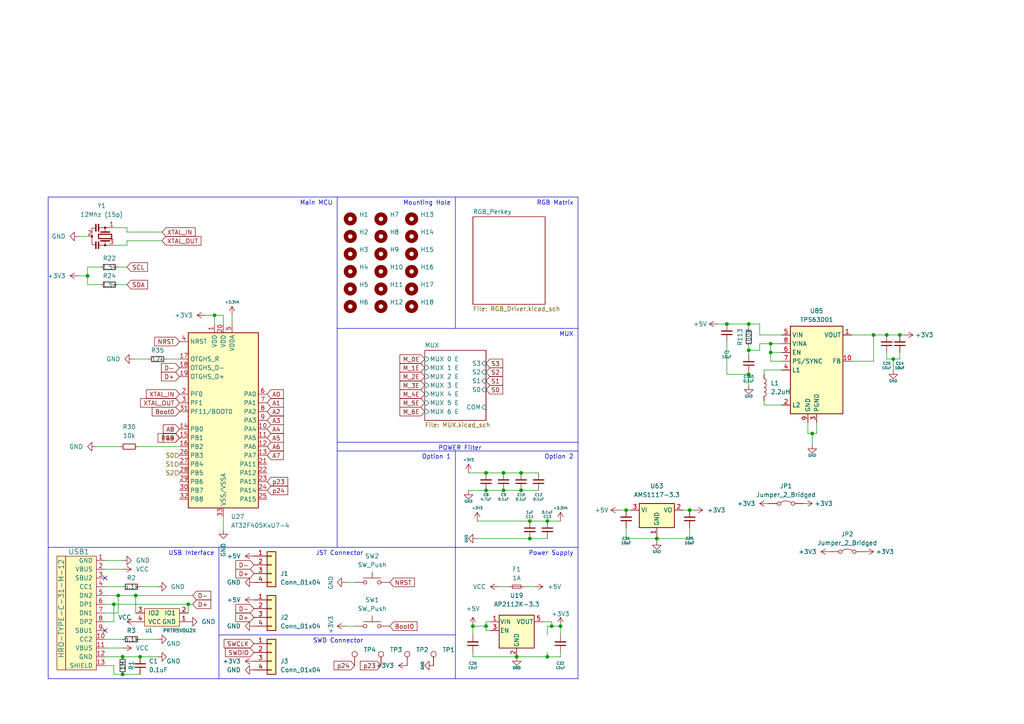
<source format=kicad_sch>
(kicad_sch (version 20231120) (generator "eeschema") (generator_version "8.0")
  (paper "A4")
  (lib_symbols
    (symbol "Connector:TestPoint" (pin_numbers hide) (pin_names (offset 0.762) hide)
      (property "Reference" "TP" (at 0 6.858 0))
      (property "Value" "TestPoint" (at 0 5.08 0))
      (symbol "TestPoint_1_1"
        (pin passive line (at 0 0 90) (length 2.54) (name "1") (number "1"))
      )
    )
    (symbol "Connector_Generic:Conn_01x04" (pin_names (offset 1.016) hide)
      (property "Reference" "J" (at 0 5.08 0))
      (property "Value" "Conn_01x04" (at 0 -7.62 0))
      (symbol "Conn_01x04_1_1"
        (pin passive line (at -5.08 2.54 0) (length 3.81) (name "Pin_1") (number "1"))
        (pin passive line (at -5.08 0 0) (length 3.81) (name "Pin_2") (number "2"))
        (pin passive line (at -5.08 -2.54 0) (length 3.81) (name "Pin_3") (number "3"))
        (pin passive line (at -5.08 -5.08 0) (length 3.81) (name "Pin_4") (number "4"))
      )
    )
    (symbol "Device:C_Small" (pin_numbers hide) (pin_names (offset 0.254) hide)
      (property "Reference" "C" (at 0.254 1.778 0))
      (property "Value" "C_Small" (at 0.254 -2.032 0))
      (symbol "C_Small_1_1"
        (pin passive line (at 0 2.54 270) (length 2.032) (name "~") (number "1"))
        (pin passive line (at 0 -2.54 90) (length 2.032) (name "~") (number "2"))
      )
    )
    (symbol "Device:Fuse_Small" (pin_numbers hide) (pin_names (offset 0.254) hide)
      (property "Reference" "F" (at 0 -1.524 0))
      (property "Value" "Fuse_Small" (at 0 1.524 0))
      (symbol "Fuse_Small_1_1"
        (pin passive line (at -2.54 0 0) (length 1.27) (name "~") (number "1"))
        (pin passive line (at 2.54 0 180) (length 1.27) (name "~") (number "2"))
      )
    )
    (symbol "Device:L" (pin_numbers hide) (pin_names (offset 1.016) hide)
      (property "Reference" "L" (at -1.27 0 90))
      (property "Value" "L" (at 1.905 0 90))
      (symbol "L_1_1"
        (pin passive line (at 0 3.81 270) (length 1.27) (name "1") (number "1"))
        (pin passive line (at 0 -3.81 90) (length 1.27) (name "2") (number "2"))
      )
    )
    (symbol "Device:R_Small" (pin_numbers hide) (pin_names (offset 0.254) hide)
      (property "Reference" "R" (at 0.762 0.508 0))
      (property "Value" "R_Small" (at 0.762 -1.016 0))
      (symbol "R_Small_1_1"
        (pin passive line (at 0 2.54 270) (length 0.762) (name "~") (number "1"))
        (pin passive line (at 0 -2.54 90) (length 0.762) (name "~") (number "2"))
      )
    )
    (symbol "Device:Resonator_Small" (pin_names (offset 1.016) hide)
      (property "Reference" "Y" (at 3.175 1.905 0))
      (property "Value" "Resonator_Small" (at 3.175 0 0))
      (symbol "Resonator_Small_1_1"
        (pin passive line (at -2.54 2.54 270) (length 1.27) (name "1") (number "1"))
        (pin passive line (at 0 -5.08 90) (length 1.27) (name "2") (number "2"))
        (pin passive line (at 2.54 2.54 270) (length 1.27) (name "3") (number "3"))
      )
    )
    (symbol "Jumper:Jumper_2_Bridged" (pin_numbers hide) (pin_names (offset 0) hide) (exclude_from_sim yes)
      (property "Reference" "JP" (at 0 1.905 0))
      (property "Value" "Jumper_2_Bridged" (at 0 -2.54 0))
      (symbol "Jumper_2_Bridged_1_1"
        (pin passive line (at -5.08 0 0) (length 2.54) (name "A") (number "1"))
        (pin passive line (at 5.08 0 180) (length 2.54) (name "B") (number "2"))
      )
    )
    (symbol "MCU_Artery_AT32F40:AT32F405KxU7-4"
      (property "Reference" "U" (at -10.16 26.67 0))
      (property "Value" "AT32F405KxU7-4" (at 5.08 26.67 0))
      (symbol "AT32F405KxU7-4_1_1"
        (pin power_in line (at -2.54 27.94 270) (length 2.54) (name "VDD") (number "1"))
        (pin bidirectional line (at 12.7 -2.54 180) (length 2.54) (name "PA4") (number "10"))
        (pin bidirectional line (at 12.7 -5.08 180) (length 2.54) (name "PA5") (number "11"))
        (pin bidirectional line (at 12.7 -7.62 180) (length 2.54) (name "PA6") (number "12"))
        (pin bidirectional line (at 12.7 -10.16 180) (length 2.54) (name "PA7") (number "13"))
        (pin bidirectional line (at -12.7 -2.54 0) (length 2.54) (name "PB0") (number "14"))
        (pin bidirectional line (at -12.7 -5.08 0) (length 2.54) (name "PB1") (number "15"))
        (pin bidirectional line (at -12.7 -7.62 0) (length 2.54) (name "PB2") (number "16"))
        (pin input line (at -12.7 17.78 0) (length 2.54) (name "OTGHS_R") (number "17"))
        (pin bidirectional line (at -12.7 15.24 0) (length 2.54) (name "OTGHS_D-") (number "18"))
        (pin bidirectional line (at -12.7 12.7 0) (length 2.54) (name "OTGHS_D+") (number "19"))
        (pin input line (at -12.7 7.62 0) (length 2.54) (name "PF0") (number "2"))
        (pin power_in line (at 0 27.94 270) (length 2.54) (name "VDD") (number "20"))
        (pin bidirectional line (at 12.7 -12.7 180) (length 2.54) (name "PA11") (number "21"))
        (pin bidirectional line (at 12.7 -15.24 180) (length 2.54) (name "PA12") (number "22"))
        (pin bidirectional line (at 12.7 -17.78 180) (length 2.54) (name "PA13") (number "23"))
        (pin bidirectional line (at 12.7 -20.32 180) (length 2.54) (name "PA14") (number "24"))
        (pin bidirectional line (at 12.7 -22.86 180) (length 2.54) (name "PA15") (number "25"))
        (pin bidirectional line (at -12.7 -10.16 0) (length 2.54) (name "PB3") (number "26"))
        (pin bidirectional line (at -12.7 -12.7 0) (length 2.54) (name "PB4") (number "27"))
        (pin bidirectional line (at -12.7 -15.24 0) (length 2.54) (name "PB5") (number "28"))
        (pin bidirectional line (at -12.7 -17.78 0) (length 2.54) (name "PB6") (number "29"))
        (pin input line (at -12.7 5.08 0) (length 2.54) (name "PF1") (number "3"))
        (pin bidirectional line (at -12.7 -20.32 0) (length 2.54) (name "PB7") (number "30"))
        (pin input line (at -12.7 2.54 0) (length 2.54) (name "PF11/BOOT0") (number "31"))
        (pin bidirectional line (at -12.7 -22.86 0) (length 2.54) (name "PB8") (number "32"))
        (pin power_in line (at 0 -27.94 90) (length 2.54) (name "VSS/VSSA") (number "33"))
        (pin input line (at -12.7 22.86 0) (length 2.54) (name "NRST") (number "4"))
        (pin power_in line (at 2.54 27.94 270) (length 2.54) (name "VDDA") (number "5"))
        (pin bidirectional line (at 12.7 7.62 180) (length 2.54) (name "PA0") (number "6"))
        (pin bidirectional line (at 12.7 5.08 180) (length 2.54) (name "PA1") (number "7"))
        (pin bidirectional line (at 12.7 2.54 180) (length 2.54) (name "PA2") (number "8"))
        (pin bidirectional line (at 12.7 0 180) (length 2.54) (name "PA3") (number "9"))
      )
    )
    (symbol "Mechanical:MountingHole" (pin_names (offset 1.016))
      (property "Reference" "H" (at 0 5.08 0))
      (property "Value" "MountingHole" (at 0 3.175 0))
    )
    (symbol "Regulator_Linear:AMS1117-3.3"
      (property "Reference" "U" (at -3.81 3.175 0))
      (property "Value" "AMS1117-3.3" (at 0 3.175 0))
      (symbol "AMS1117-3.3_1_1"
        (pin power_in line (at 0 -7.62 90) (length 2.54) (name "GND") (number "1"))
        (pin power_out line (at 7.62 0 180) (length 2.54) (name "VO") (number "2"))
        (pin power_in line (at -7.62 0 0) (length 2.54) (name "VI") (number "3"))
      )
    )
    (symbol "Regulator_Linear:AP2112K-3.3" (pin_names (offset 0.254))
      (property "Reference" "U" (at -5.08 5.715 0))
      (property "Value" "AP2112K-3.3" (at 0 5.715 0))
      (symbol "AP2112K-3.3_1_1"
        (pin power_in line (at -7.62 2.54 0) (length 2.54) (name "VIN") (number "1"))
        (pin power_in line (at 0 -7.62 90) (length 2.54) (name "GND") (number "2"))
        (pin input line (at -7.62 0 0) (length 2.54) (name "EN") (number "3"))
        (pin no_connect line (at 5.08 0 180) (length 2.54) hide (name "NC") (number "4"))
        (pin power_out line (at 7.62 2.54 180) (length 2.54) (name "VOUT") (number "5"))
      )
    )
    (symbol "Regulator_Switching:TPS63001"
      (property "Reference" "U" (at -7.62 13.97 0))
      (property "Value" "TPS63001" (at 5.08 13.97 0))
      (symbol "TPS63001_1_1"
        (pin power_out line (at 10.16 10.16 180) (length 2.54) (name "VOUT") (number "1"))
        (pin input line (at 10.16 2.54 180) (length 2.54) (name "FB") (number "10"))
        (pin passive line (at 0 -15.24 90) (length 2.54) hide (name "PGND") (number "11"))
        (pin input line (at -10.16 -10.16 0) (length 2.54) (name "L2") (number "2"))
        (pin power_in line (at 0 -15.24 90) (length 2.54) (name "PGND") (number "3"))
        (pin input line (at -10.16 0 0) (length 2.54) (name "L1") (number "4"))
        (pin power_in line (at -10.16 10.16 0) (length 2.54) (name "VIN") (number "5"))
        (pin input line (at -10.16 5.08 0) (length 2.54) (name "EN") (number "6"))
        (pin input line (at -10.16 2.54 0) (length 2.54) (name "PS/SYNC") (number "7"))
        (pin power_in line (at -10.16 7.62 0) (length 2.54) (name "VINA") (number "8"))
        (pin power_in line (at -2.54 -15.24 90) (length 2.54) (name "GND") (number "9"))
      )
    )
    (symbol "Switch:SW_Push" (pin_numbers hide) (pin_names (offset 1.016) hide)
      (property "Reference" "SW" (at 1.27 2.54 0))
      (property "Value" "SW_Push" (at 0 -1.524 0))
      (symbol "SW_Push_0_1"
        (pin passive line (at -5.08 0 0) (length 2.54) (name "1") (number "1"))
        (pin passive line (at 5.08 0 180) (length 2.54) (name "2") (number "2"))
      )
    )
    (symbol "horrortroll_lib:HRO-TYPE-C-31-M-12" (pin_names (offset 1.016))
      (property "Reference" "USB" (at 0 20.32 0))
      (property "Value" "HRO-TYPE-C-31-M-12" (at 0 17.78 0))
      (symbol "HRO-TYPE-C-31-M-12_1_1"
        (pin input line (at 7.62 13.97 180) (length 2.54) (name "GND") (number "1"))
        (pin input line (at 7.62 -8.89 180) (length 2.54) (name "CC2") (number "10"))
        (pin input line (at 7.62 -11.43 180) (length 2.54) (name "VBUS") (number "11"))
        (pin input line (at 7.62 -13.97 180) (length 2.54) (name "GND") (number "12"))
        (pin input line (at 7.62 -16.51 180) (length 2.54) (name "SHIELD") (number "13"))
        (pin input line (at 7.62 11.43 180) (length 2.54) (name "VBUS") (number "2"))
        (pin input line (at 7.62 8.89 180) (length 2.54) (name "SBU2") (number "3"))
        (pin input line (at 7.62 6.35 180) (length 2.54) (name "CC1") (number "4"))
        (pin input line (at 7.62 3.81 180) (length 2.54) (name "DN2") (number "5"))
        (pin input line (at 7.62 1.27 180) (length 2.54) (name "DP1") (number "6"))
        (pin input line (at 7.62 -1.27 180) (length 2.54) (name "DN1") (number "7"))
        (pin input line (at 7.62 -3.81 180) (length 2.54) (name "DP2") (number "8"))
        (pin input line (at 7.62 -6.35 180) (length 2.54) (name "SBU1") (number "9"))
      )
    )
    (symbol "power:+3.3V" (power) (pin_names (offset 0))
      (property "Value" "+3.3V" (at 0 3.556 0))
      (symbol "+3.3V_1_1"
        (pin power_in line (at 0 0 90) (length 0) hide (name "+3V3") (number "1"))
      )
    )
    (symbol "power:+3.3VA" (power) (pin_names (offset 0))
      (property "Value" "+3.3VA" (at 0 3.556 0))
      (symbol "+3.3VA_1_1"
        (pin power_in line (at 0 0 90) (length 0) hide (name "+3.3VA") (number "1"))
      )
    )
    (symbol "power:+3V3" (power) (pin_names (offset 0))
      (property "Value" "+3V3" (at 0 3.556 0))
      (symbol "+3V3_1_1"
        (pin power_in line (at 0 0 90) (length 0) hide (name "+3V3") (number "1"))
      )
    )
    (symbol "power:+5V" (power) (pin_names (offset 0))
      (property "Value" "+5V" (at 0 3.556 0))
      (symbol "+5V_1_1"
        (pin power_in line (at 0 0 90) (length 0) hide (name "+5V") (number "1"))
      )
    )
    (symbol "power:GND" (power) (pin_names (offset 0))
      (property "Value" "GND" (at 0 -3.81 0))
      (symbol "GND_1_1"
        (pin power_in line (at 0 0 270) (length 0) hide (name "GND") (number "1"))
      )
    )
    (symbol "power:VCC" (power) (pin_names (offset 0))
      (property "Value" "VCC" (at 0 3.81 0))
      (symbol "VCC_1_1"
        (pin power_in line (at 0 0 90) (length 0) hide (name "VCC") (number "1"))
      )
    )
    (symbol "random-keyboard-parts:PRTR5V0U2X" (pin_names (offset 1.016))
      (property "Reference" "U" (at 0 3.81 0))
      (property "Value" "PRTR5V0U2X" (at 0 -3.81 0))
      (symbol "PRTR5V0U2X_1_1"
        (pin input line (at -7.62 1.27 0) (length 2.54) (name "GND") (number "1"))
        (pin input line (at -7.62 -1.27 0) (length 2.54) (name "IO1") (number "2"))
        (pin input line (at 7.62 -1.27 180) (length 2.54) (name "IO2") (number "3"))
        (pin input line (at 7.62 1.27 180) (length 2.54) (name "VCC") (number "4"))
      )
    )
  )
  (junction (at 151.13 142.24))
  (junction (at 162.56 181.61))
  (junction (at 39.37 172.72))
  (junction (at 235.585 125.73))
  (junction (at 140.97 137.16))
  (junction (at 54.61 175.26))
  (junction (at 149.86 190.5) (diameter 0.9144))
  (junction (at 153.67 156.21))
  (junction (at 223.52 102.235))
  (junction (at 146.05 137.16))
  (junction (at 259.08 104.14))
  (junction (at 25.4 80.01))
  (junction (at 257.175 97.155))
  (junction (at 62.23 91.44))
  (junction (at 210.82 93.98))
  (junction (at 140.97 142.24))
  (junction (at 158.75 190.5))
  (junction (at 217.17 93.98))
  (junction (at 140.97 181.61))
  (junction (at 153.67 151.13))
  (junction (at 160.02 181.61))
  (junction (at 35.56 190.5))
  (junction (at 137.16 181.61))
  (junction (at 260.985 97.155))
  (junction (at 158.75 151.13))
  (junction (at 151.13 137.16))
  (junction (at 217.17 101.6))
  (junction (at 190.5 156.21))
  (junction (at 40.64 190.5))
  (junction (at 35.56 195.58))
  (junction (at 33.02 175.26))
  (junction (at 253.365 97.155))
  (junction (at 146.05 142.24))
  (junction (at 181.61 147.955))
  (junction (at 223.52 99.695))
  (junction (at 34.29 172.72))
  (junction (at 217.17 108.585))
  (junction (at 200.025 147.955))
  (no_connect (at 30.48 167.64))
  (no_connect (at 30.48 182.88))
  (wire (pts (xy 27.94 129.54) (xy 34.925 129.54)))
  (wire (pts (xy 22.86 68.58) (xy 25.4 68.58)))
  (wire (pts (xy 30.48 172.72) (xy 34.29 172.72)))
  (wire (pts (xy 157.48 180.34) (xy 160.02 180.34)))
  (wire (pts (xy 30.48 177.8) (xy 34.29 177.8)))
  (wire (pts (xy 140.97 181.61) (xy 137.16 181.61)))
  (wire (pts (xy 135.89 142.24) (xy 140.97 142.24)))
  (wire (pts (xy 208.28 93.98) (xy 210.82 93.98)))
  (polyline (pts (xy 63.5 158.75) (xy 63.5 196.85)))
  (polyline (pts (xy 97.79 128.27) (xy 167.64 128.27)))
  (wire (pts (xy 160.02 181.61) (xy 162.56 181.61)))
  (wire (pts (xy 223.52 99.695) (xy 220.345 99.695)))
  (wire (pts (xy 140.97 142.24) (xy 146.05 142.24)))
  (polyline (pts (xy 13.97 158.75) (xy 167.64 158.75)))
  (wire (pts (xy 140.97 182.88) (xy 140.97 181.61)))
  (wire (pts (xy 217.17 93.98) (xy 217.17 95.25)))
  (polyline (pts (xy 132.08 57.15) (xy 132.08 95.25)))
  (polyline (pts (xy 13.97 196.85) (xy 167.64 196.85)))
  (wire (pts (xy 149.86 190.5) (xy 158.75 190.5)))
  (wire (pts (xy 158.75 189.23) (xy 158.75 190.5)))
  (wire (pts (xy 217.17 108.585) (xy 217.17 111.76)))
  (wire (pts (xy 181.61 153.035) (xy 181.61 156.21)))
  (wire (pts (xy 200.025 147.955) (xy 201.295 147.955)))
  (wire (pts (xy 153.67 151.13) (xy 158.75 151.13)))
  (wire (pts (xy 38.735 104.14) (xy 43.18 104.14)))
  (wire (pts (xy 223.52 104.775) (xy 223.52 102.235)))
  (wire (pts (xy 40.64 190.5) (xy 45.72 190.5)))
  (wire (pts (xy 30.48 180.34) (xy 33.02 180.34)))
  (wire (pts (xy 220.345 99.695) (xy 220.345 101.6)))
  (wire (pts (xy 30.48 162.56) (xy 35.56 162.56)))
  (wire (pts (xy 138.43 156.21) (xy 153.67 156.21)))
  (wire (pts (xy 39.37 172.72) (xy 55.88 172.72)))
  (wire (pts (xy 36.83 71.12) (xy 33.02 71.12)))
  (wire (pts (xy 30.48 185.42) (xy 35.56 185.42)))
  (wire (pts (xy 36.83 69.85) (xy 46.99 69.85)))
  (wire (pts (xy 35.56 190.5) (xy 40.64 190.5)))
  (wire (pts (xy 39.37 172.72) (xy 39.37 177.8)))
  (wire (pts (xy 217.17 101.6) (xy 217.17 102.87)))
  (wire (pts (xy 151.13 137.16) (xy 156.21 137.16)))
  (wire (pts (xy 226.695 99.695) (xy 223.52 99.695)))
  (wire (pts (xy 200.025 153.035) (xy 200.025 156.21)))
  (wire (pts (xy 190.5 156.21) (xy 190.5 156.845)))
  (wire (pts (xy 29.21 82.55) (xy 25.4 82.55)))
  (wire (pts (xy 247.015 104.775) (xy 253.365 104.775)))
  (wire (pts (xy 142.24 180.34) (xy 140.97 180.34)))
  (wire (pts (xy 147.32 170.18) (xy 144.78 170.18)))
  (wire (pts (xy 30.48 193.04) (xy 33.02 193.04)))
  (polyline (pts (xy 97.79 95.25) (xy 167.64 95.25)))
  (wire (pts (xy 220.345 97.155) (xy 220.345 93.98)))
  (wire (pts (xy 257.175 104.14) (xy 259.08 104.14)))
  (wire (pts (xy 30.48 170.18) (xy 35.56 170.18)))
  (wire (pts (xy 179.705 147.955) (xy 181.61 147.955)))
  (wire (pts (xy 146.05 142.24) (xy 151.13 142.24)))
  (wire (pts (xy 257.175 97.155) (xy 260.985 97.155)))
  (wire (pts (xy 64.77 91.44) (xy 62.23 91.44)))
  (wire (pts (xy 40.005 129.54) (xy 52.07 129.54)))
  (wire (pts (xy 146.05 137.16) (xy 151.13 137.16)))
  (wire (pts (xy 102.87 181.61) (xy 100.33 181.61)))
  (wire (pts (xy 158.75 184.15) (xy 158.75 181.61)))
  (wire (pts (xy 220.345 93.98) (xy 217.17 93.98)))
  (wire (pts (xy 64.77 149.86) (xy 64.77 153.67)))
  (wire (pts (xy 137.16 189.23) (xy 137.16 190.5)))
  (wire (pts (xy 137.16 181.61) (xy 137.16 184.15)))
  (wire (pts (xy 160.02 180.34) (xy 160.02 181.61)))
  (wire (pts (xy 36.83 66.04) (xy 33.02 66.04)))
  (wire (pts (xy 226.695 107.315) (xy 221.615 107.315)))
  (wire (pts (xy 140.97 137.16) (xy 146.05 137.16)))
  (wire (pts (xy 158.75 151.13) (xy 162.56 151.13)))
  (wire (pts (xy 223.52 102.235) (xy 223.52 99.695)))
  (wire (pts (xy 226.695 117.475) (xy 221.615 117.475)))
  (wire (pts (xy 102.87 168.91) (xy 100.33 168.91)))
  (wire (pts (xy 181.61 156.21) (xy 190.5 156.21)))
  (wire (pts (xy 33.02 175.26) (xy 54.61 175.26)))
  (wire (pts (xy 210.82 99.06) (xy 210.82 108.585)))
  (wire (pts (xy 260.985 102.235) (xy 260.985 104.14)))
  (wire (pts (xy 40.64 185.42) (xy 45.72 185.42)))
  (wire (pts (xy 210.82 108.585) (xy 217.17 108.585)))
  (wire (pts (xy 235.585 125.73) (xy 235.585 128.905)))
  (wire (pts (xy 138.43 151.13) (xy 153.67 151.13)))
  (wire (pts (xy 200.025 156.21) (xy 190.5 156.21)))
  (wire (pts (xy 67.31 91.44) (xy 67.31 93.98)))
  (wire (pts (xy 259.08 104.14) (xy 259.08 107.315)))
  (wire (pts (xy 34.29 77.47) (xy 36.83 77.47)))
  (wire (pts (xy 54.61 175.26) (xy 54.61 177.8)))
  (wire (pts (xy 210.82 93.98) (xy 217.17 93.98)))
  (wire (pts (xy 234.315 125.73) (xy 235.585 125.73)))
  (wire (pts (xy 223.52 102.235) (xy 226.695 102.235)))
  (wire (pts (xy 48.26 104.14) (xy 52.07 104.14)))
  (wire (pts (xy 140.97 180.34) (xy 140.97 181.61)))
  (wire (pts (xy 36.83 69.85) (xy 36.83 71.12)))
  (wire (pts (xy 54.61 175.26) (xy 55.88 175.26)))
  (wire (pts (xy 30.48 175.26) (xy 33.02 175.26)))
  (wire (pts (xy 30.48 165.1) (xy 35.56 165.1)))
  (wire (pts (xy 30.48 190.5) (xy 35.56 190.5)))
  (wire (pts (xy 34.29 177.8) (xy 34.29 172.72)))
  (wire (pts (xy 181.61 147.955) (xy 182.88 147.955)))
  (wire (pts (xy 226.695 97.155) (xy 220.345 97.155)))
  (polyline (pts (xy 97.79 57.15) (xy 97.79 158.75)))
  (wire (pts (xy 221.615 107.315) (xy 221.615 108.585)))
  (wire (pts (xy 234.315 122.555) (xy 234.315 125.73)))
  (wire (pts (xy 235.585 125.73) (xy 236.855 125.73)))
  (wire (pts (xy 253.365 97.155) (xy 257.175 97.155)))
  (polyline (pts (xy 132.08 130.81) (xy 132.08 196.85)))
  (wire (pts (xy 35.56 195.58) (xy 40.64 195.58)))
  (wire (pts (xy 30.48 187.96) (xy 35.56 187.96)))
  (wire (pts (xy 33.02 193.04) (xy 33.02 195.58)))
  (polyline (pts (xy 13.97 57.15) (xy 167.64 57.15)))
  (wire (pts (xy 33.02 195.58) (xy 35.56 195.58)))
  (wire (pts (xy 135.89 137.16) (xy 140.97 137.16)))
  (wire (pts (xy 36.83 67.31) (xy 46.99 67.31)))
  (wire (pts (xy 22.86 80.01) (xy 25.4 80.01)))
  (wire (pts (xy 152.4 170.18) (xy 154.94 170.18)))
  (polyline (pts (xy 13.97 57.15) (xy 13.97 196.85)))
  (wire (pts (xy 64.77 93.98) (xy 64.77 91.44)))
  (wire (pts (xy 149.86 190.5) (xy 137.16 190.5)))
  (wire (pts (xy 33.02 180.34) (xy 33.02 175.26)))
  (wire (pts (xy 62.23 91.44) (xy 62.23 93.98)))
  (wire (pts (xy 257.175 102.235) (xy 257.175 104.14)))
  (wire (pts (xy 226.695 104.775) (xy 223.52 104.775)))
  (polyline (pts (xy 97.79 130.81) (xy 167.64 130.81)))
  (wire (pts (xy 59.69 91.44) (xy 62.23 91.44)))
  (wire (pts (xy 221.615 117.475) (xy 221.615 116.205)))
  (wire (pts (xy 162.56 181.61) (xy 162.56 184.15)))
  (wire (pts (xy 151.13 142.24) (xy 156.21 142.24)))
  (wire (pts (xy 142.24 182.88) (xy 140.97 182.88)))
  (wire (pts (xy 25.4 82.55) (xy 25.4 80.01)))
  (wire (pts (xy 236.855 122.555) (xy 236.855 125.73)))
  (wire (pts (xy 260.985 104.14) (xy 259.08 104.14)))
  (wire (pts (xy 220.345 101.6) (xy 217.17 101.6)))
  (wire (pts (xy 29.21 77.47) (xy 25.4 77.47)))
  (wire (pts (xy 153.67 156.21) (xy 158.75 156.21)))
  (wire (pts (xy 217.17 107.95) (xy 217.17 108.585)))
  (polyline (pts (xy 167.64 57.15) (xy 167.64 196.85)))
  (wire (pts (xy 217.17 100.33) (xy 217.17 101.6)))
  (wire (pts (xy 162.56 189.23) (xy 162.56 190.5)))
  (wire (pts (xy 253.365 104.775) (xy 253.365 97.155)))
  (wire (pts (xy 36.83 67.31) (xy 36.83 66.04)))
  (wire (pts (xy 260.985 97.155) (xy 262.255 97.155)))
  (wire (pts (xy 158.75 181.61) (xy 160.02 181.61)))
  (wire (pts (xy 158.75 190.5) (xy 162.56 190.5)))
  (polyline (pts (xy 63.5 184.15) (xy 132.08 184.15)))
  (wire (pts (xy 34.29 172.72) (xy 39.37 172.72)))
  (wire (pts (xy 40.64 170.18) (xy 45.72 170.18)))
  (wire (pts (xy 25.4 77.47) (xy 25.4 80.01)))
  (wire (pts (xy 34.29 82.55) (xy 36.83 82.55)))
  (wire (pts (xy 198.12 147.955) (xy 200.025 147.955)))
  (wire (pts (xy 190.5 155.575) (xy 190.5 156.21)))
  (wire (pts (xy 247.015 97.155) (xy 253.365 97.155)))
  (text "JST Connector" (at 105.41 161.29 0) (effects (font (size 1.27 1.27)) (justify right bottom)))
  (text "Option 1" (at 130.81 133.35 0) (effects (font (size 1.27 1.27)) (justify right bottom)))
  (text "Main MCU" (at 96.52 59.69 0) (effects (font (size 1.27 1.27)) (justify right bottom)))
  (text "MUX" (at 166.37 97.79 0) (effects (font (size 1.27 1.27)) (justify right bottom)))
  (text "Power Supply" (at 166.37 161.29 0) (effects (font (size 1.27 1.27)) (justify right bottom)))
  (text "SWD Connector" (at 105.41 186.69 0) (effects (font (size 1.27 1.27)) (justify right bottom)))
  (text "Option 2" (at 166.37 133.35 0) (effects (font (size 1.27 1.27)) (justify right bottom)))
  (text "USB Interface" (at 62.23 161.29 0) (effects (font (size 1.27 1.27)) (justify right bottom)))
  (text "Mounting Hole" (at 130.81 59.69 0) (effects (font (size 1.27 1.27)) (justify right bottom)))
  (text "POWER Filter" (at 139.7 130.81 0) (effects (font (size 1.27 1.27)) (justify right bottom)))
  (text "RGB Matrix" (at 166.37 59.69 0) (effects (font (size 1.27 1.27)) (justify right bottom)))
  (global_label "p23" (shape input) (at 77.47 139.7 0) (property "Intersheetrefs" "${INTERSHEET_REFS}" (effects (hide yes))))
  (global_label "SDA" (shape input) (at 36.83 82.55 0) (property "Intersheetrefs" "${INTERSHEET_REFS}" (effects (hide yes))))
  (global_label "A1" (shape input) (at 77.47 116.84 0) (property "Intersheetrefs" "${INTERSHEET_REFS}" (effects (hide yes))))
  (global_label "RGB" (shape input) (at 52.07 127 180) (property "Intersheetrefs" "${INTERSHEET_REFS}" (effects (hide yes))))
  (global_label "D+" (shape input) (at 55.88 175.26 0) (property "Intersheetrefs" "${INTERSHEET_REFS}" (effects (hide yes))))
  (global_label "A4" (shape input) (at 77.47 124.46 0) (property "Intersheetrefs" "${INTERSHEET_REFS}" (effects (hide yes))))
  (global_label "XTAL_IN" (shape input) (at 46.99 67.31 0) (property "Intersheetrefs" "${INTERSHEET_REFS}" (effects (hide yes))))
  (global_label "NRST" (shape input) (at 52.07 99.06 180) (property "Intersheetrefs" "${INTERSHEET_REFS}" (effects (hide yes))))
  (global_label "M_5E" (shape input) (at 123.19 116.84 180) (property "Intersheetrefs" "${INTERSHEET_REFS}" (effects (hide yes))))
  (global_label "p23" (shape input) (at 110.49 193.04 180) (property "Intersheetrefs" "${INTERSHEET_REFS}" (effects (hide yes))))
  (global_label "A2" (shape input) (at 77.47 119.38 0) (property "Intersheetrefs" "${INTERSHEET_REFS}" (effects (hide yes))))
  (global_label "M_3E" (shape input) (at 123.19 111.76 180) (property "Intersheetrefs" "${INTERSHEET_REFS}" (effects (hide yes))))
  (global_label "A8" (shape input) (at 52.07 124.46 180) (property "Intersheetrefs" "${INTERSHEET_REFS}" (effects (hide yes))))
  (global_label "A9" (shape input) (at 52.07 127 180) (property "Intersheetrefs" "${INTERSHEET_REFS}" (effects (hide yes))))
  (global_label "S3" (shape input) (at 140.97 105.41 0) (property "Intersheetrefs" "${INTERSHEET_REFS}" (effects (hide yes))))
  (global_label "A7" (shape input) (at 77.47 132.08 0) (property "Intersheetrefs" "${INTERSHEET_REFS}" (effects (hide yes))))
  (global_label "M_2E" (shape input) (at 123.19 109.22 180) (property "Intersheetrefs" "${INTERSHEET_REFS}" (effects (hide yes))))
  (global_label "p24" (shape input) (at 77.47 142.24 0) (property "Intersheetrefs" "${INTERSHEET_REFS}" (effects (hide yes))))
  (global_label "D-" (shape input) (at 55.88 172.72 0) (property "Intersheetrefs" "${INTERSHEET_REFS}" (effects (hide yes))))
  (global_label "NRST" (shape input) (at 113.03 168.91 0) (property "Intersheetrefs" "${INTERSHEET_REFS}" (effects (hide yes))))
  (global_label "Boot0" (shape input) (at 52.07 119.38 180) (property "Intersheetrefs" "${INTERSHEET_REFS}" (effects (hide yes))))
  (global_label "SCL" (shape input) (at 36.83 77.47 0) (property "Intersheetrefs" "${INTERSHEET_REFS}" (effects (hide yes))))
  (global_label "SWCLK" (shape input) (at 73.66 186.69 180) (property "Intersheetrefs" "${INTERSHEET_REFS}" (effects (hide yes))))
  (global_label "XTAL_OUT" (shape input) (at 52.07 116.84 180) (property "Intersheetrefs" "${INTERSHEET_REFS}" (effects (hide yes))))
  (global_label "A6" (shape input) (at 77.47 129.54 0) (property "Intersheetrefs" "${INTERSHEET_REFS}" (effects (hide yes))))
  (global_label "SWDIO" (shape input) (at 73.66 189.23 180) (property "Intersheetrefs" "${INTERSHEET_REFS}" (effects (hide yes))))
  (global_label "Boot0" (shape input) (at 113.03 181.61 0) (property "Intersheetrefs" "${INTERSHEET_REFS}" (effects (hide yes))))
  (global_label "M_0E" (shape input) (at 123.19 104.14 180) (property "Intersheetrefs" "${INTERSHEET_REFS}" (effects (hide yes))))
  (global_label "S0" (shape input) (at 140.97 113.03 0) (property "Intersheetrefs" "${INTERSHEET_REFS}" (effects (hide yes))))
  (global_label "D+" (shape input) (at 73.66 179.07 180) (property "Intersheetrefs" "${INTERSHEET_REFS}" (effects (hide yes))))
  (global_label "M_4E" (shape input) (at 123.19 114.3 180) (property "Intersheetrefs" "${INTERSHEET_REFS}" (effects (hide yes))))
  (global_label "S1" (shape input) (at 140.97 110.49 0) (property "Intersheetrefs" "${INTERSHEET_REFS}" (effects (hide yes))))
  (global_label "XTAL_IN" (shape input) (at 52.07 114.3 180) (property "Intersheetrefs" "${INTERSHEET_REFS}" (effects (hide yes))))
  (global_label "D-" (shape input) (at 73.66 176.53 180) (property "Intersheetrefs" "${INTERSHEET_REFS}" (effects (hide yes))))
  (global_label "XTAL_OUT" (shape input) (at 46.99 69.85 0) (property "Intersheetrefs" "${INTERSHEET_REFS}" (effects (hide yes))))
  (global_label "D-" (shape input) (at 52.07 106.68 180) (property "Intersheetrefs" "${INTERSHEET_REFS}" (effects (hide yes))))
  (global_label "A3" (shape input) (at 77.47 121.92 0) (property "Intersheetrefs" "${INTERSHEET_REFS}" (effects (hide yes))))
  (global_label "D+" (shape input) (at 73.66 166.37 180) (property "Intersheetrefs" "${INTERSHEET_REFS}" (effects (hide yes))))
  (global_label "D-" (shape input) (at 73.66 163.83 180) (property "Intersheetrefs" "${INTERSHEET_REFS}" (effects (hide yes))))
  (global_label "A5" (shape input) (at 77.47 127 0) (property "Intersheetrefs" "${INTERSHEET_REFS}" (effects (hide yes))))
  (global_label "A0" (shape input) (at 77.47 114.3 0) (property "Intersheetrefs" "${INTERSHEET_REFS}" (effects (hide yes))))
  (global_label "S2" (shape input) (at 140.97 107.95 0) (property "Intersheetrefs" "${INTERSHEET_REFS}" (effects (hide yes))))
  (global_label "M_1E" (shape input) (at 123.19 106.68 180) (property "Intersheetrefs" "${INTERSHEET_REFS}" (effects (hide yes))))
  (global_label "p24" (shape input) (at 102.87 193.04 180) (property "Intersheetrefs" "${INTERSHEET_REFS}" (effects (hide yes))))
  (global_label "D+" (shape input) (at 52.07 109.22 180) (property "Intersheetrefs" "${INTERSHEET_REFS}" (effects (hide yes))))
  (global_label "M_6E" (shape input) (at 123.19 119.38 180) (property "Intersheetrefs" "${INTERSHEET_REFS}" (effects (hide yes))))
  (hierarchical_label "S0" (shape input) (at 52.07 132.08 180))
  (hierarchical_label "S2" (shape input) (at 52.07 137.16 180))
  (hierarchical_label "S1" (shape input) (at 52.07 134.62 180))
  (symbol (lib_id "Connector_Generic:Conn_01x04") (at 78.74 189.23 0) (unit 1)
    (property "Reference" "J3" (at 81.28 191.77 0) (effects (justify left)))
    (property "Value" "Conn_01x04" (at 81.28 194.31 0) (effects (justify left)))
    (property "Footprint" "Connector_PinHeader_2.54mm:PinHeader_1x04_P2.54mm_Vertical" (effects (hide yes)))
  )
  (symbol (lib_id "Device:R_Small") (at 45.72 104.14 270) (unit 1)
    (property "Reference" "R35" (at 45.72 101.6 90))
    (property "Value" "12k" (at 45.72 104.14 90))
    (property "Footprint" "Common_Footprint:R_0402" (effects (hide yes)))
  )
  (symbol (lib_id "Device:C_Small") (at 140.97 139.7 180) (unit 1)
    (property "Reference" "C8" (at 140.97 143.51 0) (effects (font (size 0.762 0.762))))
    (property "Value" "4.7uF" (at 140.97 144.78 0) (effects (font (size 0.762 0.762))))
    (property "Footprint" "Common_Footprint:C_0402" (effects (hide yes)))
    (property "LCSC" "C52923" (effects (hide yes)))
  )
  (symbol (lib_id "Connector_Generic:Conn_01x04") (at 78.74 163.83 0) (unit 1)
    (property "Reference" "J1" (at 81.28 166.37 0) (effects (justify left)))
    (property "Value" "Conn_01x04" (at 81.28 168.91 0) (effects (justify left)))
    (property "Footprint" "sanproject-keyboard-part:JST-SR-4" (effects (hide yes)))
  )
  (symbol (lib_id "power:GND") (at 64.77 153.67 0) (unit 1)
    (property "Reference" "#PWR012" (effects (hide yes)))
    (property "Value" "GND" (at 64.77 157.48 90) (effects (justify right)))
  )
  (symbol (lib_id "Device:C_Small") (at 151.13 139.7 180) (unit 1)
    (property "Reference" "C10" (at 151.13 143.51 0) (effects (font (size 0.762 0.762))))
    (property "Value" "0.1uF" (at 151.13 144.78 0) (effects (font (size 0.762 0.762))))
    (property "Footprint" "Common_Footprint:C_0402" (effects (hide yes)))
    (property "LCSC" "C52923" (effects (hide yes)))
  )
  (symbol (lib_id "Mechanical:MountingHole") (at 119.38 63.5 0) (unit 1)
    (property "Reference" "H13" (at 121.92 62.23 0) (effects (justify left)))
    (property "Value" "MountingHole" (effects (hide yes)))
    (property "Footprint" "MountingHole:MountingHole_2.2mm_M2_DIN965_Pad" (effects (hide yes)))
  )
  (symbol (lib_id "Device:R_Small") (at 37.465 129.54 270) (unit 1)
    (property "Reference" "R30" (at 37.465 123.825 90))
    (property "Value" "10k" (at 37.465 126.365 90))
    (property "Footprint" "Common_Footprint:R_0402" (effects (hide yes)))
  )
  (symbol (lib_id "Mechanical:MountingHole") (at 110.49 68.58 0) (unit 1)
    (property "Reference" "H8" (at 113.03 67.31 0) (effects (justify left)))
    (property "Value" "MountingHole" (effects (hide yes)))
    (property "Footprint" "MountingHole:MountingHole_2.2mm_M2_DIN965_Pad" (effects (hide yes)))
  )
  (symbol (lib_id "Device:C_Small") (at 40.64 193.04 180) (unit 1)
    (property "Reference" "C1" (at 43.18 191.7636 0) (effects (justify right)))
    (property "Value" "0.1uF" (at 43.18 194.3036 0) (effects (justify right)))
    (property "Footprint" "Common_Footprint:C_0402" (effects (hide yes)))
  )
  (symbol (lib_id "Mechanical:MountingHole") (at 101.6 68.58 0) (unit 1)
    (property "Reference" "H2" (at 104.14 67.31 0) (effects (justify left)))
    (property "Value" "MountingHole" (effects (hide yes)))
    (property "Footprint" "MountingHole:MountingHole_2.2mm_M2_DIN965_Pad" (effects (hide yes)))
  )
  (symbol (lib_id "random-keyboard-parts:PRTR5V0U2X") (at 46.99 179.07 180) (unit 1)
    (property "Reference" "U1" (at 43.18 182.88 0) (effects (font (size 1 1))))
    (property "Value" "PRTR5V0U2X" (at 52.07 182.88 0) (effects (font (size 1 1))))
  )
  (symbol (lib_id "power:GND") (at 235.585 128.905 0) (unit 1)
    (property "Reference" "#PWR0168" (effects (hide yes)))
    (property "Value" "GND" (at 235.585 132.08 0) (effects (font (size 0.762 0.762))))
  )
  (symbol (lib_id "power:GND") (at 45.72 190.5 90) (unit 1)
    (property "Reference" "#PWR08" (effects (hide yes)))
    (property "Value" "GND" (at 48.26 191.77 90) (effects (justify right)))
  )
  (symbol (lib_id "Mechanical:MountingHole") (at 119.38 68.58 0) (unit 1)
    (property "Reference" "H14" (at 121.92 67.31 0) (effects (justify left)))
    (property "Value" "MountingHole" (effects (hide yes)))
    (property "Footprint" "MountingHole:MountingHole_2.2mm_M2_DIN965_Pad" (effects (hide yes)))
  )
  (symbol (lib_id "Device:C_Small") (at 217.17 105.41 180) (unit 1)
    (property "Reference" "C165" (at 217.17 109.22 0) (effects (font (size 0.762 0.762))))
    (property "Value" "0.1uF" (at 217.17 110.49 0) (effects (font (size 0.762 0.762))))
    (property "Footprint" "Capacitor_SMD:C_0402_1005Metric" (effects (hide yes)))
    (property "LCSC" "C52923" (effects (hide yes)))
  )
  (symbol (lib_id "Mechanical:MountingHole") (at 110.49 83.82 0) (unit 1)
    (property "Reference" "H11" (at 113.03 82.55 0) (effects (justify left)))
    (property "Value" "MountingHole" (effects (hide yes)))
    (property "Footprint" "MountingHole:MountingHole_2.2mm_M2_DIN965_Pad" (effects (hide yes)))
  )
  (symbol (lib_id "power:+3.3V") (at 240.665 160.02 90) (unit 1)
    (property "Reference" "#PWR084" (effects (hide yes)))
    (property "Value" "+3V3" (at 236.855 160.0199 90) (effects (justify left)))
  )
  (symbol (lib_id "power:+3.3V") (at 222.885 146.05 90) (unit 1)
    (property "Reference" "#PWR061" (effects (hide yes)))
    (property "Value" "+3V3" (at 219.075 146.0499 90) (effects (justify left)))
  )
  (symbol (lib_id "Device:C_Small") (at 260.985 99.695 180) (unit 1)
    (property "Reference" "C14" (at 260.985 105.41 0) (effects (font (size 0.762 0.762))))
    (property "Value" "10uF" (at 260.985 106.68 0) (effects (font (size 0.762 0.762))))
    (property "Footprint" "Common_Footprint:C_0402" (effects (hide yes)))
    (property "LCSC" "C52923" (effects (hide yes)))
  )
  (symbol (lib_id "power:+3V3") (at 100.33 181.61 90) (unit 1)
    (property "Reference" "#PWR077" (effects (hide yes)))
    (property "Value" "+3V3" (at 95.9358 181.229 0))
  )
  (symbol (lib_id "Mechanical:MountingHole") (at 110.49 88.9 0) (unit 1)
    (property "Reference" "H12" (at 113.03 87.63 0) (effects (justify left)))
    (property "Value" "MountingHole" (effects (hide yes)))
    (property "Footprint" "MountingHole:MountingHole_2.2mm_M2_DIN965_Pad" (effects (hide yes)))
  )
  (symbol (lib_id "Mechanical:MountingHole") (at 101.6 78.74 0) (unit 1)
    (property "Reference" "H4" (at 104.14 77.47 0) (effects (justify left)))
    (property "Value" "MountingHole" (effects (hide yes)))
    (property "Footprint" "MountingHole:MountingHole_2.2mm_M2_DIN965_Pad" (effects (hide yes)))
  )
  (symbol (lib_id "power:GND") (at 38.735 104.14 270) (unit 1)
    (property "Reference" "#PWR0156" (effects (hide yes)))
    (property "Value" "GND" (at 34.925 104.14 90) (effects (justify right)))
  )
  (symbol (lib_id "power:+3V3") (at 59.69 91.44 90) (unit 1)
    (property "Reference" "#PWR010" (effects (hide yes)))
    (property "Value" "+3V3" (at 55.88 91.44 90) (effects (justify left)))
  )
  (symbol (lib_id "power:+3.3V") (at 162.56 181.61 0) (unit 1)
    (property "Reference" "#PWR031" (effects (hide yes)))
    (property "Value" "+3V3" (at 162.56 178.0626 0))
  )
  (symbol (lib_id "Mechanical:MountingHole") (at 119.38 88.9 0) (unit 1)
    (property "Reference" "H18" (at 121.92 87.63 0) (effects (justify left)))
    (property "Value" "MountingHole" (effects (hide yes)))
    (property "Footprint" "MountingHole:MountingHole_2.2mm_M2_DIN965_Pad" (effects (hide yes)))
  )
  (symbol (lib_id "Device:R_Small") (at 31.75 77.47 270) (unit 1)
    (property "Reference" "R22" (at 31.75 74.93 90))
    (property "Value" "1.5k" (at 31.75 77.47 90))
    (property "Footprint" "Common_Footprint:R_0402" (effects (hide yes)))
  )
  (symbol (lib_id "Device:C_Small") (at 153.67 153.67 0) (unit 1)
    (property "Reference" "C11" (at 153.67 149.86 0) (effects (font (size 0.762 0.762))))
    (property "Value" "1uF" (at 153.67 148.59 0) (effects (font (size 0.762 0.762))))
    (property "Footprint" "Common_Footprint:C_0402" (effects (hide yes)))
    (property "LCSC" "C52923" (effects (hide yes)))
  )
  (symbol (lib_id "Mechanical:MountingHole") (at 110.49 63.5 0) (unit 1)
    (property "Reference" "H7" (at 113.03 62.23 0) (effects (justify left)))
    (property "Value" "MountingHole" (effects (hide yes)))
    (property "Footprint" "MountingHole:MountingHole_2.2mm_M2_DIN965_Pad" (effects (hide yes)))
  )
  (symbol (lib_id "Device:C_Small") (at 158.75 153.67 0) (unit 1)
    (property "Reference" "C13" (at 158.75 149.86 0) (effects (font (size 0.762 0.762))))
    (property "Value" "0.1uF" (at 158.75 148.59 0) (effects (font (size 0.762 0.762))))
    (property "Footprint" "Common_Footprint:C_0402" (effects (hide yes)))
    (property "LCSC" "C52923" (effects (hide yes)))
  )
  (symbol (lib_id "power:+3.3V") (at 201.295 147.955 270) (unit 1)
    (property "Reference" "#PWR041" (effects (hide yes)))
    (property "Value" "+3V3" (at 205.105 147.9549 90) (effects (justify left)))
  )
  (symbol (lib_id "MCU_Artery_AT32F40:AT32F405KxU7-4") (at 64.77 121.92 0) (unit 1)
    (property "Reference" "U27" (at 66.9641 149.86 0) (effects (justify left)))
    (property "Value" "AT32F405KxU7-4" (at 66.9641 152.4 0) (effects (justify left)))
    (property "Footprint" "Package_DFN_QFN:QFN-32-1EP_4x4mm_P0.4mm_EP2.9x2.9mm_ThermalVias" (effects (hide yes)))
    (property "Datasheet" "https://www.arterytek.com/download/DS/DS_AT32F405_402_V2.00_EN.pdf" (effects (hide yes)))
    (property "Description" "ARM Cortex-M4F MCU, 128 ~ 256KB flash, 70 ~ 102KB RAM, 216MHz, 2.4-3.6V, 25 GPIO, QFN-32" (effects (hide yes)))
  )
  (symbol (lib_id "Switch:SW_Push") (at 107.95 168.91 0) (unit 1)
    (property "Reference" "SW2" (at 107.95 161.29 0))
    (property "Value" "SW_Push" (at 107.95 163.83 0))
    (property "Footprint" "Button_Switch_SMD:SW_Push_SPST_NO_Alps_SKRK" (effects (hide yes)))
  )
  (symbol (lib_id "Device:R_Small") (at 35.56 193.04 180) (unit 1)
    (property "Reference" "R1" (at 38.1 193.04 90))
    (property "Value" "1M" (at 35.56 193.04 90))
    (property "Footprint" "Common_Footprint:R_0402" (effects (hide yes)))
  )
  (symbol (lib_id "power:+3.3V") (at 233.045 146.05 270) (unit 1)
    (property "Reference" "#PWR066" (effects (hide yes)))
    (property "Value" "+3V3" (at 236.22 146.0499 90) (effects (justify left)))
  )
  (symbol (lib_id "Mechanical:MountingHole") (at 101.6 83.82 0) (unit 1)
    (property "Reference" "H5" (at 104.14 82.55 0) (effects (justify left)))
    (property "Value" "MountingHole" (effects (hide yes)))
    (property "Footprint" "MountingHole:MountingHole_2.2mm_M2_DIN965_Pad" (effects (hide yes)))
  )
  (symbol (lib_id "Connector:TestPoint") (at 110.49 193.04 0) (unit 1)
    (property "Reference" "TP3" (at 113.03 188.468 0) (effects (justify left)))
    (property "Value" "TestPoint" (effects (hide yes)))
    (property "Footprint" "TestPoint:TestPoint_Pad_D1.0mm" (effects (hide yes)))
  )
  (symbol (lib_id "Mechanical:MountingHole") (at 119.38 78.74 0) (unit 1)
    (property "Reference" "H16" (at 121.92 77.47 0) (effects (justify left)))
    (property "Value" "MountingHole" (effects (hide yes)))
    (property "Footprint" "MountingHole:MountingHole_2.2mm_M2_DIN965_Pad" (effects (hide yes)))
  )
  (symbol (lib_id "Regulator_Switching:TPS63001") (at 236.855 107.315 0) (unit 1)
    (property "Reference" "U85" (at 236.855 90.17 0))
    (property "Value" "TPS63001" (at 236.855 92.71 0))
    (property "Footprint" "Package_SON:Texas_DRC0010J_ThermalVias" (effects (hide yes)))
    (property "Datasheet" "http://www.ti.com/lit/ds/symlink/tps63000.pdf" (effects (hide yes)))
    (property "Description" "Buck-Boost Converter, 1.8-5.5V Input Voltage, 1.7A Switch Current, 3.3V Output Voltage, VSON-10" (effects (hide yes)))
  )
  (symbol (lib_id "Mechanical:MountingHole") (at 110.49 78.74 0) (unit 1)
    (property "Reference" "H10" (at 113.03 77.47 0) (effects (justify left)))
    (property "Value" "MountingHole" (effects (hide yes)))
    (property "Footprint" "MountingHole:MountingHole_2.2mm_M2_DIN965_Pad" (effects (hide yes)))
  )
  (symbol (lib_id "power:GND") (at 138.43 156.21 270) (unit 1)
    (property "Reference" "#PWR027" (effects (hide yes)))
    (property "Value" "GND" (at 135.255 156.21 0) (effects (font (size 0.762 0.762))))
  )
  (symbol (lib_id "Mechanical:MountingHole") (at 119.38 83.82 0) (unit 1)
    (property "Reference" "H17" (at 121.92 82.55 0) (effects (justify left)))
    (property "Value" "MountingHole" (effects (hide yes)))
    (property "Footprint" "MountingHole:MountingHole_2.2mm_M2_DIN965_Pad" (effects (hide yes)))
  )
  (symbol (lib_id "Device:C_Small") (at 137.16 186.69 180) (unit 1)
    (property "Reference" "C26" (at 137.16 192.405 0) (effects (font (size 0.762 0.762))))
    (property "Value" "10uF" (at 137.16 193.675 0) (effects (font (size 0.762 0.762))))
    (property "Footprint" "Common_Footprint:C_0402" (effects (hide yes)))
    (property "LCSC" "C52923" (effects (hide yes)))
  )
  (symbol (lib_id "power:+5V") (at 73.66 173.99 90) (unit 1)
    (property "Reference" "#PWR015" (effects (hide yes)))
    (property "Value" "+5V" (at 69.85 173.99 90) (effects (justify left)))
  )
  (symbol (lib_id "power:GND") (at 135.89 142.24 0) (unit 1)
    (property "Reference" "#PWR024" (effects (hide yes)))
    (property "Value" "GND" (at 135.89 145.415 0) (effects (font (size 0.762 0.762))))
  )
  (symbol (lib_id "Connector:TestPoint") (at 125.73 193.04 0) (unit 1)
    (property "Reference" "TP1" (at 128.27 188.468 0) (effects (justify left)))
    (property "Value" "TestPoint" (effects (hide yes)))
    (property "Footprint" "TestPoint:TestPoint_Pad_D1.0mm" (effects (hide yes)))
  )
  (symbol (lib_id "power:+5V") (at 208.28 93.98 90) (unit 1)
    (property "Reference" "#PWR0174" (effects (hide yes)))
    (property "Value" "+5V" (at 205.105 93.9799 90) (effects (justify left)))
  )
  (symbol (lib_id "power:GND") (at 73.66 194.31 270) (unit 1)
    (property "Reference" "#PWR018" (effects (hide yes)))
    (property "Value" "GND" (at 69.85 194.31 90) (effects (justify right)))
  )
  (symbol (lib_id "Mechanical:MountingHole") (at 101.6 88.9 0) (unit 1)
    (property "Reference" "H6" (at 104.14 87.63 0) (effects (justify left)))
    (property "Value" "MountingHole" (effects (hide yes)))
    (property "Footprint" "MountingHole:MountingHole_2.2mm_M2_DIN965_Pad" (effects (hide yes)))
  )
  (symbol (lib_id "Device:C_Small") (at 162.56 186.69 180) (unit 1)
    (property "Reference" "C32" (at 162.56 192.405 0) (effects (font (size 0.762 0.762))))
    (property "Value" "10uF" (at 162.56 193.675 0) (effects (font (size 0.762 0.762))))
    (property "Footprint" "Common_Footprint:C_0402" (effects (hide yes)))
    (property "LCSC" "C52923" (effects (hide yes)))
  )
  (symbol (lib_id "power:GND") (at 100.33 168.91 270) (unit 1)
    (property "Reference" "#PWR071" (effects (hide yes)))
    (property "Value" "GND" (at 95.9358 169.037 0))
  )
  (symbol (lib_id "Device:C_Small") (at 257.175 99.695 180) (unit 1)
    (property "Reference" "C20" (at 257.175 105.41 0) (effects (font (size 0.762 0.762))))
    (property "Value" "10uF" (at 257.175 106.68 0) (effects (font (size 0.762 0.762))))
    (property "Footprint" "Common_Footprint:C_0402" (effects (hide yes)))
    (property "LCSC" "C52923" (effects (hide yes)))
  )
  (symbol (lib_id "power:GND") (at 73.66 168.91 270) (unit 1)
    (property "Reference" "#PWR014" (effects (hide yes)))
    (property "Value" "GND" (at 69.85 168.91 90) (effects (justify right)))
  )
  (symbol (lib_id "power:+3.3V") (at 262.255 97.155 270) (unit 1)
    (property "Reference" "#PWR0175" (effects (hide yes)))
    (property "Value" "+3V3" (at 265.43 97.1549 90) (effects (justify left)))
  )
  (symbol (lib_id "Device:Resonator_Small") (at 30.48 68.58 270) (unit 1)
    (property "Reference" "Y1" (at 29.4767 59.69 90))
    (property "Value" "12Mhz (15p)" (at 29.4767 62.23 90))
    (property "Footprint" "Crystal:Resonator_SMD_Murata_CSTxExxV-3Pin_3.0x1.1mm" (effects (hide yes)))
  )
  (symbol (lib_id "power:+3.3V") (at 135.89 137.16 0) (unit 1)
    (property "Reference" "#PWR023" (effects (hide yes)))
    (property "Value" "+3V3" (at 135.89 133.35 0) (effects (font (size 0.762 0.762))))
  )
  (symbol (lib_id "power:GND") (at 190.5 156.845 0) (unit 1)
    (property "Reference" "#PWR042" (effects (hide yes)))
    (property "Value" "GND" (at 190.5 160.02 0) (effects (font (size 0.762 0.762))))
  )
  (symbol (lib_id "power:+3.3V") (at 250.825 160.02 270) (unit 1)
    (property "Reference" "#PWR0127" (effects (hide yes)))
    (property "Value" "+3V3" (at 254 160.0199 90) (effects (justify left)))
  )
  (symbol (lib_id "power:VCC") (at 144.78 170.18 90) (unit 1)
    (property "Reference" "#PWR028" (effects (hide yes)))
    (property "Value" "VCC" (at 140.97 170.18 90) (effects (justify left)))
  )
  (symbol (lib_id "power:GND") (at 45.72 170.18 90) (unit 1)
    (property "Reference" "#PWR06" (effects (hide yes)))
    (property "Value" "GND" (at 49.53 170.18 90) (effects (justify right)))
  )
  (symbol (lib_id "Device:C_Small") (at 156.21 139.7 180) (unit 1)
    (property "Reference" "C12" (at 156.21 143.51 0) (effects (font (size 0.762 0.762))))
    (property "Value" "0.1uF" (at 156.21 144.78 0) (effects (font (size 0.762 0.762))))
    (property "Footprint" "Common_Footprint:C_0402" (effects (hide yes)))
    (property "LCSC" "C52923" (effects (hide yes)))
  )
  (symbol (lib_id "Regulator_Linear:AP2112K-3.3") (at 149.86 182.88 0) (unit 1)
    (property "Reference" "U19" (at 149.86 172.72 0))
    (property "Value" "AP2112K-3.3" (at 149.86 175.26 0))
    (property "Footprint" "Package_TO_SOT_SMD:SOT-23-5" (effects (hide yes)))
    (property "Datasheet" "https://www.diodes.com/assets/Datasheets/AP2112.pdf" (effects (hide yes)))
  )
  (symbol (lib_id "Regulator_Linear:AMS1117-3.3") (at 190.5 147.955 0) (unit 1)
    (property "Reference" "U63" (at 190.5 140.97 0))
    (property "Value" "AMS1117-3.3" (at 190.5 143.51 0))
    (property "Footprint" "Package_TO_SOT_SMD:SOT-223-3_TabPin2" (effects (hide yes)))
    (property "Datasheet" "http://www.advanced-monolithic.com/pdf/ds1117.pdf" (effects (hide yes)))
    (property "Description" "1A Low Dropout regulator, positive, 3.3V fixed output, SOT-223" (effects (hide yes)))
  )
  (symbol (lib_id "power:GND") (at 125.73 193.04 270) (unit 1)
    (property "Reference" "#PWR043" (effects (hide yes)))
    (property "Value" "GND" (at 122.555 193.04 0) (effects (font (size 0.762 0.762))))
  )
  (symbol (lib_id "power:GND") (at 149.86 190.5 0) (unit 1)
    (property "Reference" "#PWR029" (effects (hide yes)))
    (property "Value" "GND" (at 149.86 193.675 0) (effects (font (size 0.762 0.762))))
  )
  (symbol (lib_id "Connector_Generic:Conn_01x04") (at 78.74 176.53 0) (unit 1)
    (property "Reference" "J2" (at 81.28 179.07 0) (effects (justify left)))
    (property "Value" "Conn_01x04" (at 81.28 181.61 0) (effects (justify left)))
    (property "Footprint" "sanproject-keyboard-part:JST-SR-4" (effects (hide yes)))
  )
  (symbol (lib_id "power:+5V") (at 73.66 161.29 90) (unit 1)
    (property "Reference" "#PWR013" (effects (hide yes)))
    (property "Value" "+5V" (at 69.85 161.29 90) (effects (justify left)))
  )
  (symbol (lib_id "power:GND") (at 27.94 129.54 270) (unit 1)
    (property "Reference" "#PWR0120" (effects (hide yes)))
    (property "Value" "GND" (at 24.13 129.54 90) (effects (justify right)))
  )
  (symbol (lib_id "power:+3.3V") (at 138.43 151.13 0) (unit 1)
    (property "Reference" "#PWR026" (effects (hide yes)))
    (property "Value" "+3V3" (at 138.43 147.32 0) (effects (font (size 0.762 0.762))))
  )
  (symbol (lib_id "Device:R_Small") (at 31.75 82.55 270) (unit 1)
    (property "Reference" "R24" (at 31.75 80.01 90))
    (property "Value" "1.5k" (at 31.75 82.55 90))
    (property "Footprint" "Common_Footprint:R_0402" (effects (hide yes)))
  )
  (symbol (lib_id "Jumper:Jumper_2_Bridged") (at 227.965 146.05 0) (unit 1) (exclude_from_sim yes)
    (property "Reference" "JP1" (at 227.965 140.97 0))
    (property "Value" "Jumper_2_Bridged" (at 227.965 143.51 0))
    (property "Footprint" "Jumper:SolderJumper-2_P1.3mm_Open_RoundedPad1.0x1.5mm" (effects (hide yes)))
    (property "Description" "Jumper, 2-pole, closed/bridged" (effects (hide yes)))
  )
  (symbol (lib_id "power:+3V3") (at 22.86 80.01 90) (unit 1)
    (property "Reference" "#PWR065" (effects (hide yes)))
    (property "Value" "+3V3" (at 19.05 80.01 90) (effects (justify left)))
  )
  (symbol (lib_id "power:VCC") (at 35.56 165.1 270) (unit 1)
    (property "Reference" "#PWR03" (effects (hide yes)))
    (property "Value" "VCC" (at 39.37 165.1 90) (effects (justify left)))
  )
  (symbol (lib_id "power:GND") (at 73.66 181.61 270) (unit 1)
    (property "Reference" "#PWR016" (effects (hide yes)))
    (property "Value" "GND" (at 69.85 181.61 90) (effects (justify right)))
  )
  (symbol (lib_id "power:+3.3VA") (at 162.56 151.13 0) (unit 1)
    (property "Reference" "#PWR032" (effects (hide yes)))
    (property "Value" "+3.3VA" (at 162.56 147.32 0) (effects (font (size 0.762 0.762))))
  )
  (symbol (lib_id "Device:C_Small") (at 200.025 150.495 180) (unit 1)
    (property "Reference" "C25" (at 200.025 156.21 0) (effects (font (size 0.762 0.762))))
    (property "Value" "10uF" (at 200.025 157.48 0) (effects (font (size 0.762 0.762))))
    (property "Footprint" "Common_Footprint:C_0402" (effects (hide yes)))
    (property "LCSC" "C52923" (effects (hide yes)))
  )
  (symbol (lib_id "power:+3.3V") (at 118.11 193.04 90) (unit 1)
    (property "Reference" "#PWR020" (effects (hide yes)))
    (property "Value" "+3V3" (at 114.3 193.0399 90) (effects (justify left)))
  )
  (symbol (lib_id "Mechanical:MountingHole") (at 119.38 73.66 0) (unit 1)
    (property "Reference" "H15" (at 121.92 72.39 0) (effects (justify left)))
    (property "Value" "MountingHole" (effects (hide yes)))
    (property "Footprint" "MountingHole:MountingHole_2.2mm_M2_DIN965_Pad" (effects (hide yes)))
  )
  (symbol (lib_id "Device:R_Small") (at 38.1 170.18 270) (unit 1)
    (property "Reference" "R2" (at 38.1 167.64 90))
    (property "Value" "5.1k" (at 38.1 170.18 90))
    (property "Footprint" "Common_Footprint:R_0402" (effects (hide yes)))
  )
  (symbol (lib_id "power:+5V") (at 154.94 170.18 270) (unit 1)
    (property "Reference" "#PWR030" (effects (hide yes)))
    (property "Value" "+5V" (at 158.75 170.18 90) (effects (justify left)))
  )
  (symbol (lib_id "Device:Fuse_Small") (at 149.86 170.18 0) (unit 1)
    (property "Reference" "F1" (at 149.86 165.1 0))
    (property "Value" "1A" (at 149.86 167.64 0))
    (property "Footprint" "Common_Footprint:Fuse_SMD1206_Reflow" (effects (hide yes)))
  )
  (symbol (lib_id "power:GND") (at 259.08 107.315 0) (unit 1)
    (property "Reference" "#PWR048" (effects (hide yes)))
    (property "Value" "GND" (at 259.08 110.49 0) (effects (font (size 0.762 0.762))))
  )
  (symbol (lib_id "Switch:SW_Push") (at 107.95 181.61 0) (mirror y) (unit 1)
    (property "Reference" "SW1" (at 107.95 173.99 0))
    (property "Value" "SW_Push" (at 107.95 176.53 0))
    (property "Footprint" "Button_Switch_SMD:SW_Push_SPST_NO_Alps_SKRK" (effects (hide yes)))
  )
  (symbol (lib_id "Device:C_Small") (at 181.61 150.495 180) (unit 1)
    (property "Reference" "C21" (at 181.61 156.21 0) (effects (font (size 0.762 0.762))))
    (property "Value" "10uF" (at 181.61 157.48 0) (effects (font (size 0.762 0.762))))
    (property "Footprint" "Common_Footprint:C_0402" (effects (hide yes)))
    (property "LCSC" "C52923" (effects (hide yes)))
  )
  (symbol (lib_id "power:+5V") (at 179.705 147.955 90) (unit 1)
    (property "Reference" "#PWR040" (effects (hide yes)))
    (property "Value" "+5V" (at 176.53 147.9549 90) (effects (justify left)))
  )
  (symbol (lib_id "power:+5V") (at 137.16 181.61 0) (unit 1)
    (property "Reference" "#PWR025" (effects (hide yes)))
    (property "Value" "+5V" (at 137.16 176.53 0))
  )
  (symbol (lib_id "Jumper:Jumper_2_Bridged") (at 245.745 160.02 0) (unit 1) (exclude_from_sim yes)
    (property "Reference" "JP2" (at 245.745 154.94 0))
    (property "Value" "Jumper_2_Bridged" (at 245.745 157.48 0))
    (property "Footprint" "Jumper:SolderJumper-2_P1.3mm_Open_RoundedPad1.0x1.5mm" (effects (hide yes)))
    (property "Description" "Jumper, 2-pole, closed/bridged" (effects (hide yes)))
  )
  (symbol (lib_id "power:VCC") (at 35.56 187.96 270) (unit 1)
    (property "Reference" "#PWR04" (effects (hide yes)))
    (property "Value" "VCC" (at 39.37 187.96 90) (effects (justify left)))
  )
  (symbol (lib_id "Connector:TestPoint") (at 102.87 193.04 0) (unit 1)
    (property "Reference" "TP4" (at 105.41 188.468 0) (effects (justify left)))
    (property "Value" "TestPoint" (effects (hide yes)))
    (property "Footprint" "TestPoint:TestPoint_Pad_D1.0mm" (effects (hide yes)))
  )
  (symbol (lib_id "power:GND") (at 217.17 111.76 0) (unit 1)
    (property "Reference" "#PWR0169" (effects (hide yes)))
    (property "Value" "GND" (at 217.17 114.935 0) (effects (font (size 0.762 0.762))))
  )
  (symbol (lib_id "power:GND") (at 22.86 68.58 270) (unit 1)
    (property "Reference" "#PWR01" (effects (hide yes)))
    (property "Value" "GND" (at 19.05 68.58 90) (effects (justify right)))
  )
  (symbol (lib_id "power:+3V3") (at 73.66 191.77 90) (unit 1)
    (property "Reference" "#PWR017" (effects (hide yes)))
    (property "Value" "+3V3" (at 69.85 191.77 90) (effects (justify left)))
  )
  (symbol (lib_id "horrortroll_lib:HRO-TYPE-C-31-M-12") (at 22.86 176.53 0) (unit 1)
    (property "Reference" "USB1" (at 22.86 160.02 0) (effects (font (size 1.524 1.524))))
    (property "Value" "HRO-TYPE-C-31-M-12" (at 17.78 176.53 90) (effects (font (size 1.524 1.524))))
    (property "Footprint" "Common_Footprint:HRO-TYPE-C-31-M-12-Assembly" (effects (hide yes)))
    (property "LCSC Part Number" "C165948" (effects (hide yes)))
  )
  (symbol (lib_id "Device:R_Small") (at 217.17 97.79 0) (unit 1)
    (property "Reference" "R113" (at 214.63 97.79 90))
    (property "Value" "100R" (at 217.17 97.79 90))
    (property "Footprint" "Resistor_SMD:R_0402_1005Metric" (effects (hide yes)))
  )
  (symbol (lib_id "Mechanical:MountingHole") (at 101.6 73.66 0) (unit 1)
    (property "Reference" "H3" (at 104.14 72.39 0) (effects (justify left)))
    (property "Value" "MountingHole" (effects (hide yes)))
    (property "Footprint" "MountingHole:MountingHole_2.2mm_M2_DIN965_Pad" (effects (hide yes)))
  )
  (symbol (lib_id "Device:C_Small") (at 210.82 96.52 180) (unit 1)
    (property "Reference" "C7" (at 210.82 102.235 0) (effects (font (size 0.762 0.762))))
    (property "Value" "10uF" (at 210.82 103.505 0) (effects (font (size 0.762 0.762))))
    (property "Footprint" "Common_Footprint:C_0402" (effects (hide yes)))
    (property "LCSC" "C52923" (effects (hide yes)))
  )
  (symbol (lib_id "Device:L") (at 221.615 112.395 0) (unit 1)
    (property "Reference" "L1" (at 223.52 111.1249 0) (effects (justify left)))
    (property "Value" "2.2uH" (at 223.52 113.6649 0) (effects (justify left)))
    (property "Footprint" "Inductor_SMD:L_TDK_NLV25_2.5x2.0mm" (effects (hide yes)))
    (property "Description" "Inductor" (effects (hide yes)))
  )
  (symbol (lib_id "Mechanical:MountingHole") (at 110.49 73.66 0) (unit 1)
    (property "Reference" "H9" (at 113.03 72.39 0) (effects (justify left)))
    (property "Value" "MountingHole" (effects (hide yes)))
    (property "Footprint" "MountingHole:MountingHole_2.2mm_M2_DIN965_Pad" (effects (hide yes)))
  )
  (symbol (lib_id "Connector:TestPoint") (at 118.11 193.04 0) (unit 1)
    (property "Reference" "TP2" (at 120.65 188.468 0) (effects (justify left)))
    (property "Value" "TestPoint" (effects (hide yes)))
    (property "Footprint" "TestPoint:TestPoint_Pad_D1.0mm" (effects (hide yes)))
  )
  (symbol (lib_id "power:VCC") (at 39.37 180.34 90) (unit 1)
    (property "Reference" "#PWR05" (effects (hide yes)))
    (property "Value" "VCC" (at 38.1 179.07 90) (effects (justify left)))
  )
  (symbol (lib_id "power:+3.3VA") (at 67.31 91.44 0) (unit 1)
    (property "Reference" "#PWR011" (effects (hide yes)))
    (property "Value" "+3.3VA" (at 67.31 87.63 0) (effects (font (size 0.762 0.762))))
  )
  (symbol (lib_id "power:GND") (at 45.72 185.42 90) (unit 1)
    (property "Reference" "#PWR07" (effects (hide yes)))
    (property "Value" "GND" (at 48.26 186.69 90) (effects (justify right)))
  )
  (symbol (lib_id "power:GND") (at 54.61 180.34 90) (unit 1)
    (property "Reference" "#PWR09" (effects (hide yes)))
    (property "Value" "GND" (at 58.42 180.34 90) (effects (justify right)))
  )
  (symbol (lib_id "Mechanical:MountingHole") (at 101.6 63.5 0) (unit 1)
    (property "Reference" "H1" (at 104.14 62.23 0) (effects (justify left)))
    (property "Value" "MountingHole" (effects (hide yes)))
    (property "Footprint" "MountingHole:MountingHole_2.2mm_M2_DIN965_Pad" (effects (hide yes)))
  )
  (symbol (lib_id "Device:R_Small") (at 38.1 185.42 270) (unit 1)
    (property "Reference" "R3" (at 38.1 182.88 90))
    (property "Value" "5.1k" (at 38.1 185.42 90))
    (property "Footprint" "Common_Footprint:R_0402" (effects (hide yes)))
  )
  (symbol (lib_id "Device:C_Small") (at 146.05 139.7 180) (unit 1)
    (property "Reference" "C9" (at 146.05 143.51 0) (effects (font (size 0.762 0.762))))
    (property "Value" "0.1uF" (at 146.05 144.78 0) (effects (font (size 0.762 0.762))))
    (property "Footprint" "Common_Footprint:C_0402" (effects (hide yes)))
    (property "LCSC" "C52923" (effects (hide yes)))
  )
  (symbol (lib_id "power:GND") (at 35.56 162.56 90) (unit 1)
    (property "Reference" "#PWR02" (effects (hide yes)))
    (property "Value" "GND" (at 39.37 162.56 90) (effects (justify right)))
  )
  (sheet (at 137.16 62.865) (size 20.955 25.4) (stroke (width 0.1524))
    (property "Sheetname" "RGB_Perkey" (at 137.16 62.1534 0) (effects (justify left bottom)))
    (property "Sheetfile" "RGB_Driver.kicad_sch" (at 137.16 88.8496 0) (effects (justify left top)))
  )
  (sheet (at 123.19 101.6) (size 17.78 20.32) (stroke (width 0.1524))
    (property "Sheetname" "MUX" (at 123.19 100.8884 0) (effects (justify left bottom)))
    (property "Sheetfile" "MUX.kicad_sch" (at 123.19 122.5046 0) (effects (justify left top)))
    (pin "MUX 4 E" input (at 123.19 114.3 180))
    (pin "MUX 1 E" input (at 123.19 106.68 180))
    (pin "S2" input (at 140.97 107.95 0))
    (pin "S3" input (at 140.97 105.41 0))
    (pin "COM" input (at 140.97 118.11 0))
    (pin "S0" input (at 140.97 113.03 0))
    (pin "S1" input (at 140.97 110.49 0))
    (pin "MUX 5 E" input (at 123.19 116.84 180))
    (pin "MUX 2 E" input (at 123.19 109.22 180))
    (pin "MUX 3 E" input (at 123.19 111.76 180))
    (pin "MUX 0 E" input (at 123.19 104.14 180))
    (pin "MUX 6 E" input (at 123.19 119.38 180))
  )
)
</source>
